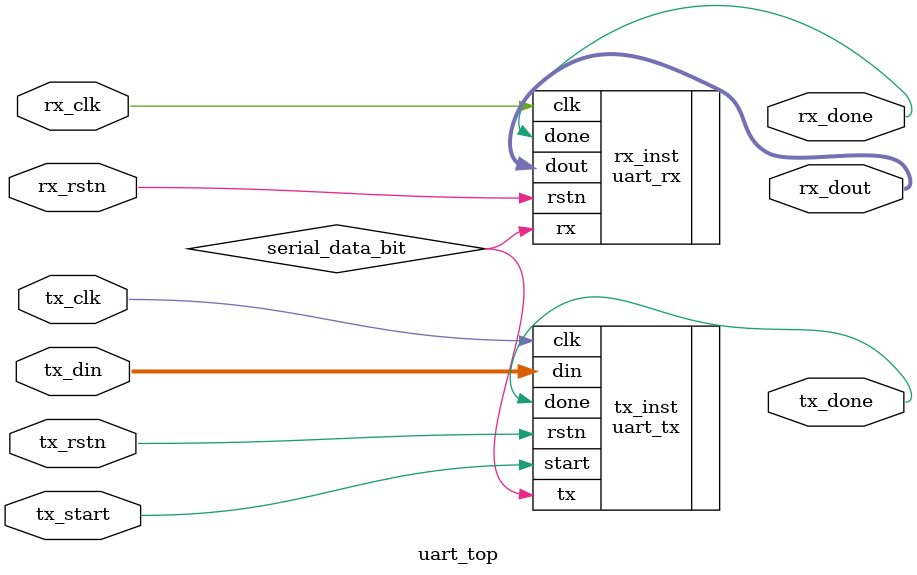
<source format=sv>
`include "uart_rx/uart_rx.sv"
`include "uart_tx/uart_tx.sv"
module uart_top #(parameter NUM_CLKS_PER_BIT=16) (
	input logic tx_clk, tx_rstn, rx_clk, rx_rstn,  
	input logic[7:0] tx_din,
	input logic tx_start,
	output logic tx_done, rx_done,
	output logic[7:0] rx_dout);


	// wire to connect output of uart_tx "tx" signal to
	// uart_rx "rx" signal
	logic serial_data_bit;

	uart_tx tx_inst (
		.clk(tx_clk),
		.rstn(tx_rstn),
		.din(tx_din),
		.start(tx_start),
		.done(tx_done),
		.tx(serial_data_bit)
	);


	// Instantiate uart receiver module
	uart_rx rx_inst (
		.clk(rx_clk),
		.rstn(rx_rstn),
		.rx(serial_data_bit),
		.done(rx_done),
		.dout(rx_dout)
	);

endmodule: uart_top



</source>
